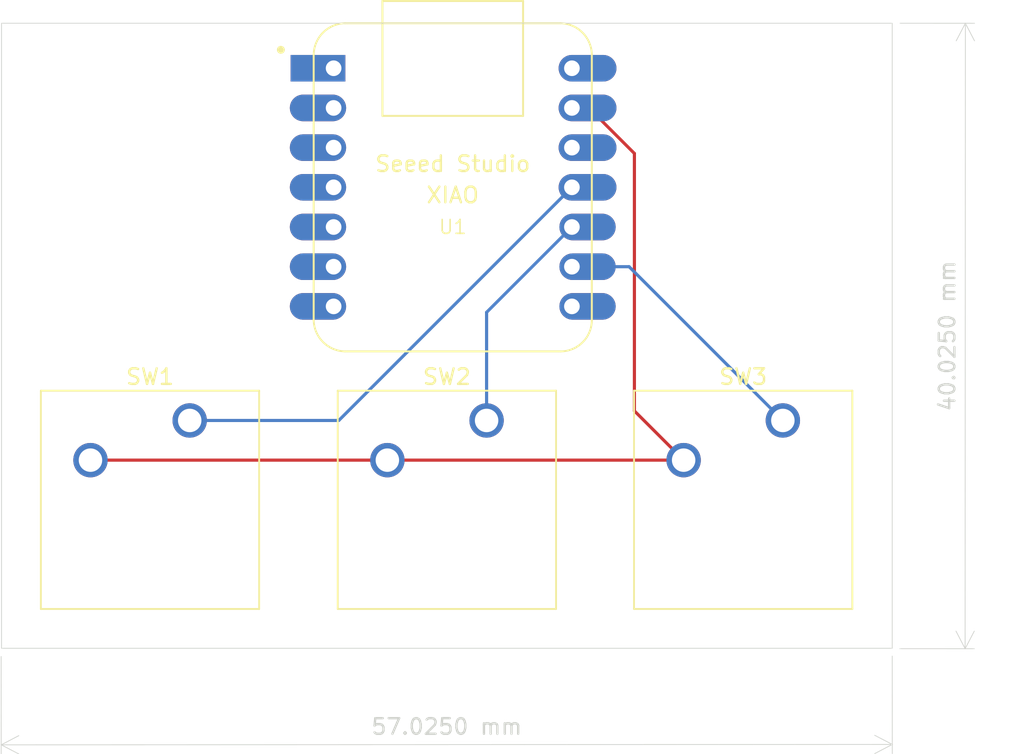
<source format=kicad_pcb>
(kicad_pcb (version 20240108) (generator "pcbnew") (generator_version "8.0")
  (layers (0 "F.Cu" signal) (31 "B.Cu" signal) (34 "B.Paste" user) (35 "F.Paste" user) (36 "B.SilkS" user "B.Silkscreen") (37 "F.SilkS" user "F.Silkscreen") (38 "B.Mask" user) (39 "F.Mask" user) (44 "Edge.Cuts" user))
  (net 0 "")
  (net 1 "Net-(U1-PA6_A10_D10_MOSI)")
  (net 2 "GND")
  (net 3 "Net-(U1-PA5_A9_D9_MISO)")
  (net 4 "Net-(U1-PA7_A8_D8_SCK)")
  (net 12 "VCC")
  (net 13 "Net-(U1-PB09_A7_D7_RX)")
  (footprint "XIAO_PCB:XIAO-Generic-Hybrid-14P-2.54-21X17.8MM" (layer "F.Cu") (at 129.375 88.5)
    (property "Reference" "U1" (at 0 2.54 0) (layer "F.SilkS") (effects (font (size 0.889 0.889) (thickness 0.1016))))
    (property "Value" "MOUDLE-SEEEDUINO-XIAO" (hide yes))
    (fp_line (start -8.9 -8.5) (end -8.9 8.5) (stroke (width 0.127)) (layer "F.SilkS"))
    (fp_line (start -6.9 10.5) (end 6.9 10.5) (stroke (width 0.127)) (layer "F.SilkS"))
    (fp_line (start -4.5 -11.92403) (end 4.5 -11.92403) (stroke (width 0.127)) (layer "F.SilkS"))
    (fp_line (start -4.5 -4.57073) (end -4.5 -11.92403) (stroke (width 0.127)) (layer "F.SilkS"))
    (fp_line (start 4.5 -11.92403) (end 4.5 -4.57073) (stroke (width 0.127)) (layer "F.SilkS"))
    (fp_line (start 4.5 -4.57073) (end -4.5 -4.57073) (stroke (width 0.127)) (layer "F.SilkS"))
    (fp_line (start 6.9 -10.49909) (end -6.9 -10.49909) (stroke (width 0.127)) (layer "F.SilkS"))
    (fp_line (start 8.9 8.5) (end 8.9 -8.5) (stroke (width 0.127)) (layer "F.SilkS"))
    (fp_arc (start -8.9 -8.5) (mid -8.301491 -9.901491) (end -6.9 -10.5) (stroke (width 0.12)) (layer "F.SilkS"))
    (fp_arc (start -6.9 10.5) (mid -8.301423 9.901423) (end -8.9 8.5) (stroke (width 0.12)) (layer "F.SilkS"))
    (fp_arc (start 6.9 -10.5) (mid 8.301492 -9.901492) (end 8.9 -8.5) (stroke (width 0.12)) (layer "F.SilkS"))
    (fp_arc (start 8.9 8.5) (mid 8.314214 9.914214) (end 6.9 10.5) (stroke (width 0.12)) (layer "F.SilkS"))
    (fp_circle (center -11 -8.8) (end -11 -9.054) (fill solid) (layer "F.SilkS"))
    (fp_poly (pts (xy -8.887715 -8.561705) (xy -8.884667 -8.610473) (xy -8.880603 -8.659494)) (stroke (width 0.0254)) (fill none) (layer "F.SilkS"))
    (fp_poly (pts (xy 8.889492 8.521574) (xy 8.887713 8.57085) (xy 8.884665 8.619618) (xy 8.880601 8.668639) (xy 8.875268 8.717407) (xy 8.868664 8.766175) (xy 8.861044 8.81469) (xy 8.852153 8.86295) (xy 8.842248 8.910955)) (stroke (width 0.0254)) (fill none) (layer "F.SilkS"))
    (fp_text user "XIAO" (at 0 0.5 0) (layer "F.SilkS"))
    (fp_text user "Seeed Studio" (at 0 -1.5 0) (layer "F.SilkS"))
    (pad "1" thru_hole rect (at -7.625 -7.62) (size 3.5 1.7) (drill 1 (offset -1 0)) (layers "*.Cu" "*.Mask"))
    (pad "2" thru_hole oval (at -7.625 -5.08) (size 3.6 1.7) (drill 1 (offset -1 0)) (layers "*.Cu" "*.Mask"))
    (pad "3" thru_hole oval (at -7.625 -2.54) (size 3.6 1.7) (drill 1 (offset -1 0)) (layers "*.Cu" "*.Mask"))
    (pad "4" thru_hole oval (at -7.625 0) (size 3.6 1.7) (drill 1 (offset -1 0)) (layers "*.Cu" "*.Mask"))
    (pad "5" thru_hole oval (at -7.625 2.54) (size 3.6 1.7) (drill 1 (offset -1 0)) (layers "*.Cu" "*.Mask"))
    (pad "6" thru_hole oval (at -7.625 5.08 180) (size 3.6 1.7) (drill 1 (offset 1 0)) (layers "*.Cu" "*.Mask"))
    (pad "7" thru_hole oval (at -7.625 7.62) (size 3.6 1.7) (drill 1 (offset -1 0)) (layers "*.Cu" "*.Mask"))
    (pad "8" thru_hole oval (at 7.625 7.62) (size 3.6 1.7) (drill 1 (offset 1 0)) (layers "*.Cu" "*.Mask") (net 13 "Net-(U1-PB09_A7_D7_RX)"))
    (pad "9" thru_hole oval (at 7.625 5.08) (size 3.6 1.7) (drill 1 (offset 1 0)) (layers "*.Cu" "*.Mask") (net 4 "Net-(U1-PA7_A8_D8_SCK)"))
    (pad "10" thru_hole oval (at 7.625 2.54) (size 3.6 1.7) (drill 1 (offset 1 0)) (layers "*.Cu" "*.Mask") (net 3 "Net-(U1-PA5_A9_D9_MISO)"))
    (pad "11" thru_hole oval (at 7.625 0) (size 3.7 1.7) (drill 1 (offset 1 0)) (layers "*.Cu" "*.Mask") (net 1 "Net-(U1-PA6_A10_D10_MOSI)"))
    (pad "12" thru_hole oval (at 7.625 -2.54) (size 3.7 1.7) (drill 1 (offset 1 0)) (layers "*.Cu" "*.Mask"))
    (pad "13" thru_hole oval (at 7.625 -5.08) (size 3.7 1.7) (drill 1 (offset 1 0)) (layers "*.Cu" "*.Mask") (net 2 "GND"))
    (pad "14" thru_hole oval (at 7.625 -7.62) (size 3.7 1.7) (drill 1 (offset 1 0)) (layers "*.Cu" "*.Mask") (net 12 "VCC"))
  )
  (footprint "Button_Switch_Keyboard:SW_Cherry_MX_1.00u_PCB" (layer "F.Cu") (at 150.5 103.42)
    (property "Reference" "SW3" (at -2.54 -2.794 0) (layer "F.SilkS"))
    (property "Value" "SW_Push")
    (fp_line (start -9.525 -1.905) (end 4.445 -1.905) (stroke (width 0.12)) (layer "F.SilkS"))
    (fp_line (start -9.525 12.065) (end -9.525 -1.905) (stroke (width 0.12)) (layer "F.SilkS"))
    (fp_line (start 4.445 -1.905) (end 4.445 12.065) (stroke (width 0.12)) (layer "F.SilkS"))
    (fp_line (start 4.445 12.065) (end -9.525 12.065) (stroke (width 0.12)) (layer "F.SilkS"))
    (pad "" np_thru_hole circle (at -7.62 5.08) (size 1.7 1.7) (drill 1.7) (layers "*.Cu" "*.Mask"))
    (pad "" np_thru_hole circle (at -2.54 5.08) (size 4 4) (drill 4) (layers "*.Cu" "*.Mask"))
    (pad "" np_thru_hole circle (at 2.54 5.08) (size 1.7 1.7) (drill 1.7) (layers "*.Cu" "*.Mask"))
    (pad "1" thru_hole circle (at 0 0) (size 2.2 2.2) (drill 1.5) (layers "*.Cu" "*.Mask") (net 4 "Net-(U1-PA7_A8_D8_SCK)"))
    (pad "2" thru_hole circle (at -6.35 2.54) (size 2.2 2.2) (drill 1.5) (layers "*.Cu" "*.Mask") (net 2 "GND"))
  )
  (footprint "Button_Switch_Keyboard:SW_Cherry_MX_1.00u_PCB" (layer "F.Cu") (at 131.54 103.42)
    (property "Reference" "SW2" (at -2.54 -2.794 0) (layer "F.SilkS"))
    (property "Value" "SW_Push")
    (fp_line (start -9.525 -1.905) (end 4.445 -1.905) (stroke (width 0.12)) (layer "F.SilkS"))
    (fp_line (start -9.525 12.065) (end -9.525 -1.905) (stroke (width 0.12)) (layer "F.SilkS"))
    (fp_line (start 4.445 -1.905) (end 4.445 12.065) (stroke (width 0.12)) (layer "F.SilkS"))
    (fp_line (start 4.445 12.065) (end -9.525 12.065) (stroke (width 0.12)) (layer "F.SilkS"))
    (pad "" np_thru_hole circle (at -7.62 5.08) (size 1.7 1.7) (drill 1.7) (layers "*.Cu" "*.Mask"))
    (pad "" np_thru_hole circle (at -2.54 5.08) (size 4 4) (drill 4) (layers "*.Cu" "*.Mask"))
    (pad "" np_thru_hole circle (at 2.54 5.08) (size 1.7 1.7) (drill 1.7) (layers "*.Cu" "*.Mask"))
    (pad "1" thru_hole circle (at 0 0) (size 2.2 2.2) (drill 1.5) (layers "*.Cu" "*.Mask") (net 3 "Net-(U1-PA5_A9_D9_MISO)"))
    (pad "2" thru_hole circle (at -6.35 2.54) (size 2.2 2.2) (drill 1.5) (layers "*.Cu" "*.Mask") (net 2 "GND"))
  )
  (footprint "Button_Switch_Keyboard:SW_Cherry_MX_1.00u_PCB" (layer "F.Cu") (at 112.54 103.42)
    (property "Reference" "SW1" (at -2.54 -2.794 0) (layer "F.SilkS"))
    (property "Value" "SW_Push")
    (fp_line (start -9.525 -1.905) (end 4.445 -1.905) (stroke (width 0.12)) (layer "F.SilkS"))
    (fp_line (start -9.525 12.065) (end -9.525 -1.905) (stroke (width 0.12)) (layer "F.SilkS"))
    (fp_line (start 4.445 -1.905) (end 4.445 12.065) (stroke (width 0.12)) (layer "F.SilkS"))
    (fp_line (start 4.445 12.065) (end -9.525 12.065) (stroke (width 0.12)) (layer "F.SilkS"))
    (pad "" np_thru_hole circle (at -7.62 5.08) (size 1.7 1.7) (drill 1.7) (layers "*.Cu" "*.Mask"))
    (pad "" np_thru_hole circle (at -2.54 5.08) (size 4 4) (drill 4) (layers "*.Cu" "*.Mask"))
    (pad "" np_thru_hole circle (at 2.54 5.08) (size 1.7 1.7) (drill 1.7) (layers "*.Cu" "*.Mask"))
    (pad "1" thru_hole circle (at 0 0) (size 2.2 2.2) (drill 1.5) (layers "*.Cu" "*.Mask") (net 1 "Net-(U1-PA6_A10_D10_MOSI)"))
    (pad "2" thru_hole circle (at -6.35 2.54) (size 2.2 2.2) (drill 1.5) (layers "*.Cu" "*.Mask") (net 2 "GND"))
  )
  (gr_rect (start 100.5 78) (end 157.5 118) (stroke (width 0.05)) (fill none) (layer "Edge.Cuts"))
  (dimension (type aligned) (layer "Edge.Cuts") (pts (xy 100.475 118.025) (xy 157.5 118)) (height 6.153188) (gr_text "57.0250 mm" (at 128.989694 123.015687 0.02511870927) (layer "Edge.Cuts") (effects (font (size 1 1) (thickness 0.15)))) (format (prefix "") (suffix "") (units 3) (units_format 1) (precision 4)) (style (thickness 0.05) (arrow_length 1.27) (text_position_mode 0) (extension_height 0.58642) (extension_offset 0.5) keep_text_aligned))
  (dimension (type aligned) (layer "Edge.Cuts") (pts (xy 157.5 78) (xy 157.485 118.025)) (height -4.679811) (gr_text "40.0250 mm" (at 161.022311 98.013823 89.9785275) (layer "Edge.Cuts") (effects (font (size 1 1) (thickness 0.15)))) (format (prefix "") (suffix "") (units 3) (units_format 1) (precision 4)) (style (thickness 0.05) (arrow_length 1.27) (text_position_mode 0) (extension_height 0.58642) (extension_offset 0.5) keep_text_aligned))
  (segment (start 112.54 103.42) (end 122.08 103.42) (width 0.2) (layer "B.Cu") (net 1))
  (segment (start 122.08 103.42) (end 137 88.5) (width 0.2) (layer "B.Cu") (net 1))
  (segment (start 106.19 105.96) (end 125.19 105.96) (width 0.2) (layer "F.Cu") (net 2))
  (segment (start 141 86.333654) (end 138.086346 83.42) (width 0.2) (layer "F.Cu") (net 2))
  (segment (start 144.15 105.96) (end 125.19 105.96) (width 0.2) (layer "F.Cu") (net 2))
  (segment (start 138.086346 83.42) (end 137 83.42) (width 0.2) (layer "F.Cu") (net 2))
  (segment (start 141 102.81) (end 141 86.333654) (width 0.2) (layer "F.Cu") (net 2))
  (segment (start 144.15 105.96) (end 141 102.81) (width 0.2) (layer "F.Cu") (net 2))
  (segment (start 131.54 103.42) (end 131.54 96.5) (width 0.2) (layer "B.Cu") (net 3))
  (segment (start 131.54 96.5) (end 137 91.04) (width 0.2) (layer "B.Cu") (net 3))
  (segment (start 150.5 103.42) (end 140.66 93.58) (width 0.2) (layer "B.Cu") (net 4))
  (segment (start 140.66 93.58) (end 137 93.58) (width 0.2) (layer "B.Cu") (net 4))
)
</source>
